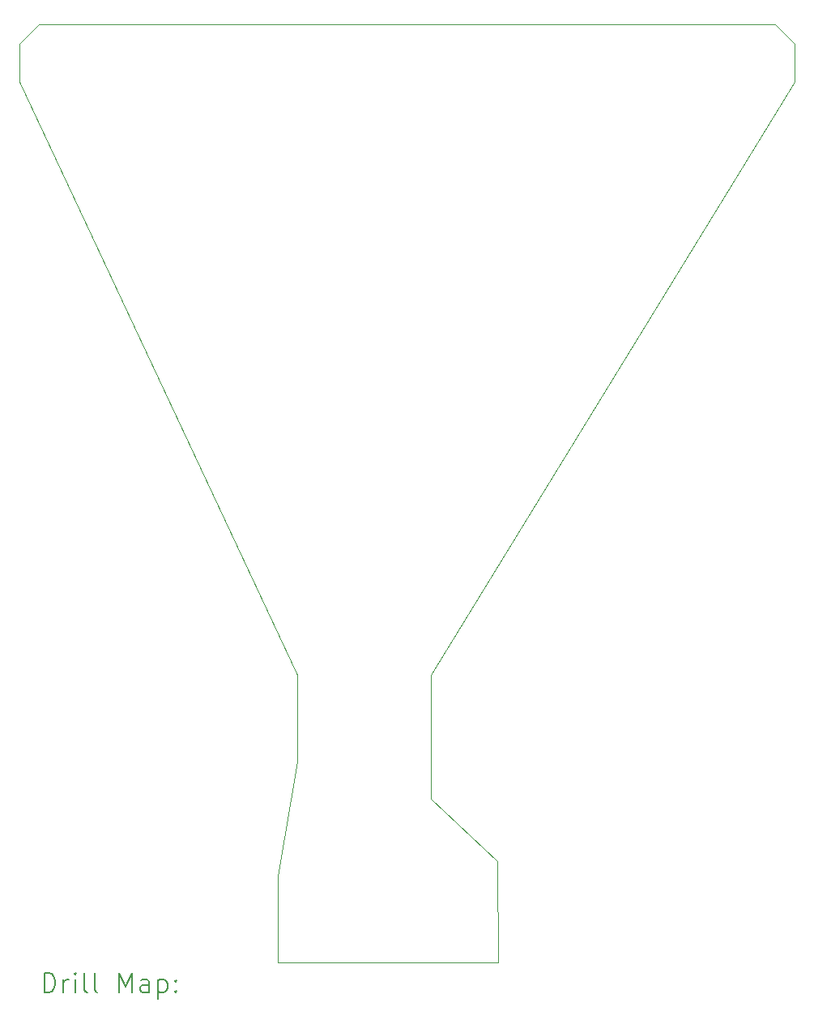
<source format=gbr>
%TF.GenerationSoftware,KiCad,Pcbnew,9.0.1*%
%TF.CreationDate,2025-04-18T23:06:30-04:00*%
%TF.ProjectId,PCE_SCSI_Logic,5043455f-5343-4534-995f-4c6f6769632e,rev?*%
%TF.SameCoordinates,Original*%
%TF.FileFunction,Drillmap*%
%TF.FilePolarity,Positive*%
%FSLAX45Y45*%
G04 Gerber Fmt 4.5, Leading zero omitted, Abs format (unit mm)*
G04 Created by KiCad (PCBNEW 9.0.1) date 2025-04-18 23:06:30*
%MOMM*%
%LPD*%
G01*
G04 APERTURE LIST*
%ADD10C,0.050000*%
%ADD11C,0.200000*%
G04 APERTURE END LIST*
D10*
X19100000Y-6200000D02*
X19100000Y-6600000D01*
X15300000Y-12800000D01*
X15300000Y-14095000D01*
X15995000Y-14745000D01*
X16000000Y-15800000D01*
X13800000Y-15800000D01*
X13700000Y-15800000D01*
X13700000Y-14900000D01*
X13900000Y-13700000D01*
X13900000Y-12800000D01*
X11000000Y-6600000D01*
X11000000Y-6200000D01*
X11200000Y-6000000D01*
X18900000Y-6000000D01*
X19100000Y-6200000D01*
D11*
X11258277Y-16113984D02*
X11258277Y-15913984D01*
X11258277Y-15913984D02*
X11305896Y-15913984D01*
X11305896Y-15913984D02*
X11334467Y-15923508D01*
X11334467Y-15923508D02*
X11353515Y-15942555D01*
X11353515Y-15942555D02*
X11363039Y-15961603D01*
X11363039Y-15961603D02*
X11372562Y-15999698D01*
X11372562Y-15999698D02*
X11372562Y-16028269D01*
X11372562Y-16028269D02*
X11363039Y-16066365D01*
X11363039Y-16066365D02*
X11353515Y-16085412D01*
X11353515Y-16085412D02*
X11334467Y-16104460D01*
X11334467Y-16104460D02*
X11305896Y-16113984D01*
X11305896Y-16113984D02*
X11258277Y-16113984D01*
X11458277Y-16113984D02*
X11458277Y-15980650D01*
X11458277Y-16018746D02*
X11467801Y-15999698D01*
X11467801Y-15999698D02*
X11477324Y-15990174D01*
X11477324Y-15990174D02*
X11496372Y-15980650D01*
X11496372Y-15980650D02*
X11515420Y-15980650D01*
X11582086Y-16113984D02*
X11582086Y-15980650D01*
X11582086Y-15913984D02*
X11572562Y-15923508D01*
X11572562Y-15923508D02*
X11582086Y-15933031D01*
X11582086Y-15933031D02*
X11591610Y-15923508D01*
X11591610Y-15923508D02*
X11582086Y-15913984D01*
X11582086Y-15913984D02*
X11582086Y-15933031D01*
X11705896Y-16113984D02*
X11686848Y-16104460D01*
X11686848Y-16104460D02*
X11677324Y-16085412D01*
X11677324Y-16085412D02*
X11677324Y-15913984D01*
X11810658Y-16113984D02*
X11791610Y-16104460D01*
X11791610Y-16104460D02*
X11782086Y-16085412D01*
X11782086Y-16085412D02*
X11782086Y-15913984D01*
X12039229Y-16113984D02*
X12039229Y-15913984D01*
X12039229Y-15913984D02*
X12105896Y-16056841D01*
X12105896Y-16056841D02*
X12172562Y-15913984D01*
X12172562Y-15913984D02*
X12172562Y-16113984D01*
X12353515Y-16113984D02*
X12353515Y-16009222D01*
X12353515Y-16009222D02*
X12343991Y-15990174D01*
X12343991Y-15990174D02*
X12324943Y-15980650D01*
X12324943Y-15980650D02*
X12286848Y-15980650D01*
X12286848Y-15980650D02*
X12267801Y-15990174D01*
X12353515Y-16104460D02*
X12334467Y-16113984D01*
X12334467Y-16113984D02*
X12286848Y-16113984D01*
X12286848Y-16113984D02*
X12267801Y-16104460D01*
X12267801Y-16104460D02*
X12258277Y-16085412D01*
X12258277Y-16085412D02*
X12258277Y-16066365D01*
X12258277Y-16066365D02*
X12267801Y-16047317D01*
X12267801Y-16047317D02*
X12286848Y-16037793D01*
X12286848Y-16037793D02*
X12334467Y-16037793D01*
X12334467Y-16037793D02*
X12353515Y-16028269D01*
X12448753Y-15980650D02*
X12448753Y-16180650D01*
X12448753Y-15990174D02*
X12467801Y-15980650D01*
X12467801Y-15980650D02*
X12505896Y-15980650D01*
X12505896Y-15980650D02*
X12524943Y-15990174D01*
X12524943Y-15990174D02*
X12534467Y-15999698D01*
X12534467Y-15999698D02*
X12543991Y-16018746D01*
X12543991Y-16018746D02*
X12543991Y-16075888D01*
X12543991Y-16075888D02*
X12534467Y-16094936D01*
X12534467Y-16094936D02*
X12524943Y-16104460D01*
X12524943Y-16104460D02*
X12505896Y-16113984D01*
X12505896Y-16113984D02*
X12467801Y-16113984D01*
X12467801Y-16113984D02*
X12448753Y-16104460D01*
X12629705Y-16094936D02*
X12639229Y-16104460D01*
X12639229Y-16104460D02*
X12629705Y-16113984D01*
X12629705Y-16113984D02*
X12620182Y-16104460D01*
X12620182Y-16104460D02*
X12629705Y-16094936D01*
X12629705Y-16094936D02*
X12629705Y-16113984D01*
X12629705Y-15990174D02*
X12639229Y-15999698D01*
X12639229Y-15999698D02*
X12629705Y-16009222D01*
X12629705Y-16009222D02*
X12620182Y-15999698D01*
X12620182Y-15999698D02*
X12629705Y-15990174D01*
X12629705Y-15990174D02*
X12629705Y-16009222D01*
M02*

</source>
